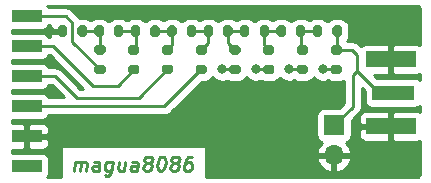
<source format=gbr>
%TF.GenerationSoftware,KiCad,Pcbnew,(5.1.10)-1*%
%TF.CreationDate,2021-08-13T02:35:10+08:00*%
%TF.ProjectId,Pmod-8bitDAC-R-2R,506d6f64-2d38-4626-9974-4441432d522d,rev?*%
%TF.SameCoordinates,Original*%
%TF.FileFunction,Copper,L1,Top*%
%TF.FilePolarity,Positive*%
%FSLAX46Y46*%
G04 Gerber Fmt 4.6, Leading zero omitted, Abs format (unit mm)*
G04 Created by KiCad (PCBNEW (5.1.10)-1) date 2021-08-13 02:35:10*
%MOMM*%
%LPD*%
G01*
G04 APERTURE LIST*
%TA.AperFunction,NonConductor*%
%ADD10C,0.250000*%
%TD*%
%TA.AperFunction,SMDPad,CuDef*%
%ADD11R,3.600000X1.270000*%
%TD*%
%TA.AperFunction,SMDPad,CuDef*%
%ADD12R,4.200000X1.350000*%
%TD*%
%TA.AperFunction,SMDPad,CuDef*%
%ADD13R,2.500000X1.000000*%
%TD*%
%TA.AperFunction,ComponentPad*%
%ADD14O,1.700000X1.700000*%
%TD*%
%TA.AperFunction,ComponentPad*%
%ADD15R,1.700000X1.700000*%
%TD*%
%TA.AperFunction,ViaPad*%
%ADD16C,0.800000*%
%TD*%
%TA.AperFunction,Conductor*%
%ADD17C,0.250000*%
%TD*%
%TA.AperFunction,Conductor*%
%ADD18C,0.254000*%
%TD*%
%TA.AperFunction,Conductor*%
%ADD19C,0.100000*%
%TD*%
G04 APERTURE END LIST*
D10*
X119134301Y-127441257D02*
X119234301Y-126641257D01*
X119220016Y-126755542D02*
X119284301Y-126698400D01*
X119405730Y-126641257D01*
X119577158Y-126641257D01*
X119684301Y-126698400D01*
X119727158Y-126812685D01*
X119648587Y-127441257D01*
X119727158Y-126812685D02*
X119798587Y-126698400D01*
X119920016Y-126641257D01*
X120091444Y-126641257D01*
X120198587Y-126698400D01*
X120241444Y-126812685D01*
X120162873Y-127441257D01*
X121248587Y-127441257D02*
X121327158Y-126812685D01*
X121284301Y-126698400D01*
X121177158Y-126641257D01*
X120948587Y-126641257D01*
X120827158Y-126698400D01*
X121255730Y-127384114D02*
X121134301Y-127441257D01*
X120848587Y-127441257D01*
X120741444Y-127384114D01*
X120698587Y-127269828D01*
X120712873Y-127155542D01*
X120784301Y-127041257D01*
X120905730Y-126984114D01*
X121191444Y-126984114D01*
X121312873Y-126926971D01*
X122434301Y-126641257D02*
X122312873Y-127612685D01*
X122241444Y-127726971D01*
X122177158Y-127784114D01*
X122055730Y-127841257D01*
X121884301Y-127841257D01*
X121777158Y-127784114D01*
X122341444Y-127384114D02*
X122220016Y-127441257D01*
X121991444Y-127441257D01*
X121884301Y-127384114D01*
X121834301Y-127326971D01*
X121791444Y-127212685D01*
X121834301Y-126869828D01*
X121905730Y-126755542D01*
X121970016Y-126698400D01*
X122091444Y-126641257D01*
X122320016Y-126641257D01*
X122427158Y-126698400D01*
X123520016Y-126641257D02*
X123420016Y-127441257D01*
X123005730Y-126641257D02*
X122927158Y-127269828D01*
X122970016Y-127384114D01*
X123077158Y-127441257D01*
X123248587Y-127441257D01*
X123370016Y-127384114D01*
X123434301Y-127326971D01*
X124505730Y-127441257D02*
X124584301Y-126812685D01*
X124541444Y-126698400D01*
X124434301Y-126641257D01*
X124205730Y-126641257D01*
X124084301Y-126698400D01*
X124512873Y-127384114D02*
X124391444Y-127441257D01*
X124105730Y-127441257D01*
X123998587Y-127384114D01*
X123955730Y-127269828D01*
X123970016Y-127155542D01*
X124041444Y-127041257D01*
X124162873Y-126984114D01*
X124448587Y-126984114D01*
X124570016Y-126926971D01*
X125334301Y-126755542D02*
X125227158Y-126698400D01*
X125177158Y-126641257D01*
X125134301Y-126526971D01*
X125141444Y-126469828D01*
X125212873Y-126355542D01*
X125277158Y-126298400D01*
X125398587Y-126241257D01*
X125627158Y-126241257D01*
X125734301Y-126298400D01*
X125784301Y-126355542D01*
X125827158Y-126469828D01*
X125820016Y-126526971D01*
X125748587Y-126641257D01*
X125684301Y-126698400D01*
X125562873Y-126755542D01*
X125334301Y-126755542D01*
X125212873Y-126812685D01*
X125148587Y-126869828D01*
X125077158Y-126984114D01*
X125048587Y-127212685D01*
X125091444Y-127326971D01*
X125141444Y-127384114D01*
X125248587Y-127441257D01*
X125477158Y-127441257D01*
X125598587Y-127384114D01*
X125662873Y-127326971D01*
X125734301Y-127212685D01*
X125762873Y-126984114D01*
X125720016Y-126869828D01*
X125670016Y-126812685D01*
X125562873Y-126755542D01*
X126598587Y-126241257D02*
X126712873Y-126241257D01*
X126820016Y-126298400D01*
X126870016Y-126355542D01*
X126912873Y-126469828D01*
X126941444Y-126698400D01*
X126905730Y-126984114D01*
X126820016Y-127212685D01*
X126748587Y-127326971D01*
X126684301Y-127384114D01*
X126562873Y-127441257D01*
X126448587Y-127441257D01*
X126341444Y-127384114D01*
X126291444Y-127326971D01*
X126248587Y-127212685D01*
X126220016Y-126984114D01*
X126255730Y-126698400D01*
X126341444Y-126469828D01*
X126412873Y-126355542D01*
X126477158Y-126298400D01*
X126598587Y-126241257D01*
X127620016Y-126755542D02*
X127512873Y-126698400D01*
X127462873Y-126641257D01*
X127420016Y-126526971D01*
X127427158Y-126469828D01*
X127498587Y-126355542D01*
X127562873Y-126298400D01*
X127684301Y-126241257D01*
X127912873Y-126241257D01*
X128020016Y-126298400D01*
X128070016Y-126355542D01*
X128112873Y-126469828D01*
X128105730Y-126526971D01*
X128034301Y-126641257D01*
X127970016Y-126698400D01*
X127848587Y-126755542D01*
X127620016Y-126755542D01*
X127498587Y-126812685D01*
X127434301Y-126869828D01*
X127362873Y-126984114D01*
X127334301Y-127212685D01*
X127377158Y-127326971D01*
X127427158Y-127384114D01*
X127534301Y-127441257D01*
X127762873Y-127441257D01*
X127884301Y-127384114D01*
X127948587Y-127326971D01*
X128020016Y-127212685D01*
X128048587Y-126984114D01*
X128005730Y-126869828D01*
X127955730Y-126812685D01*
X127848587Y-126755542D01*
X129170016Y-126241257D02*
X128941444Y-126241257D01*
X128820016Y-126298400D01*
X128755730Y-126355542D01*
X128620016Y-126526971D01*
X128534301Y-126755542D01*
X128477158Y-127212685D01*
X128520016Y-127326971D01*
X128570016Y-127384114D01*
X128677158Y-127441257D01*
X128905730Y-127441257D01*
X129027158Y-127384114D01*
X129091444Y-127326971D01*
X129162873Y-127212685D01*
X129198587Y-126926971D01*
X129155730Y-126812685D01*
X129105730Y-126755542D01*
X128998587Y-126698400D01*
X128770016Y-126698400D01*
X128648587Y-126755542D01*
X128584301Y-126812685D01*
X128512873Y-126926971D01*
D11*
%TO.P,J2,1*%
%TO.N,VOUT*%
X146211900Y-120827800D03*
D12*
%TO.P,J2,2*%
%TO.N,GND*%
X146011900Y-118002800D03*
X146011900Y-123652800D03*
%TD*%
D13*
%TO.P,PMOD1,1*%
%TO.N,D0*%
X115182400Y-114350800D03*
%TO.P,PMOD1,2*%
%TO.N,D1*%
X115182400Y-116890800D03*
%TO.P,PMOD1,3*%
%TO.N,D2*%
X115182400Y-119430800D03*
%TO.P,PMOD1,4*%
%TO.N,D3*%
X115182400Y-121970800D03*
%TO.P,PMOD1,5*%
%TO.N,GND*%
X115182400Y-124510800D03*
%TO.P,PMOD1,6*%
%TO.N,+3V3*%
X115182400Y-127050800D03*
%TD*%
%TO.P,R16,2*%
%TO.N,VOUT*%
%TA.AperFunction,SMDPad,CuDef*%
G36*
G01*
X141649400Y-117596100D02*
X141099400Y-117596100D01*
G75*
G02*
X140899400Y-117396100I0J200000D01*
G01*
X140899400Y-116996100D01*
G75*
G02*
X141099400Y-116796100I200000J0D01*
G01*
X141649400Y-116796100D01*
G75*
G02*
X141849400Y-116996100I0J-200000D01*
G01*
X141849400Y-117396100D01*
G75*
G02*
X141649400Y-117596100I-200000J0D01*
G01*
G37*
%TD.AperFunction*%
%TO.P,R16,1*%
%TO.N,D7*%
%TA.AperFunction,SMDPad,CuDef*%
G36*
G01*
X141649400Y-119246100D02*
X141099400Y-119246100D01*
G75*
G02*
X140899400Y-119046100I0J200000D01*
G01*
X140899400Y-118646100D01*
G75*
G02*
X141099400Y-118446100I200000J0D01*
G01*
X141649400Y-118446100D01*
G75*
G02*
X141849400Y-118646100I0J-200000D01*
G01*
X141849400Y-119046100D01*
G75*
G02*
X141649400Y-119246100I-200000J0D01*
G01*
G37*
%TD.AperFunction*%
%TD*%
%TO.P,R15,2*%
%TO.N,VOUT*%
%TA.AperFunction,SMDPad,CuDef*%
G36*
G01*
X141049400Y-115870400D02*
X141049400Y-115320400D01*
G75*
G02*
X141249400Y-115120400I200000J0D01*
G01*
X141649400Y-115120400D01*
G75*
G02*
X141849400Y-115320400I0J-200000D01*
G01*
X141849400Y-115870400D01*
G75*
G02*
X141649400Y-116070400I-200000J0D01*
G01*
X141249400Y-116070400D01*
G75*
G02*
X141049400Y-115870400I0J200000D01*
G01*
G37*
%TD.AperFunction*%
%TO.P,R15,1*%
%TO.N,Net-(R13-Pad2)*%
%TA.AperFunction,SMDPad,CuDef*%
G36*
G01*
X139399400Y-115870400D02*
X139399400Y-115320400D01*
G75*
G02*
X139599400Y-115120400I200000J0D01*
G01*
X139999400Y-115120400D01*
G75*
G02*
X140199400Y-115320400I0J-200000D01*
G01*
X140199400Y-115870400D01*
G75*
G02*
X139999400Y-116070400I-200000J0D01*
G01*
X139599400Y-116070400D01*
G75*
G02*
X139399400Y-115870400I0J200000D01*
G01*
G37*
%TD.AperFunction*%
%TD*%
%TO.P,R14,2*%
%TO.N,Net-(R13-Pad2)*%
%TA.AperFunction,SMDPad,CuDef*%
G36*
G01*
X138792252Y-117596100D02*
X138242252Y-117596100D01*
G75*
G02*
X138042252Y-117396100I0J200000D01*
G01*
X138042252Y-116996100D01*
G75*
G02*
X138242252Y-116796100I200000J0D01*
G01*
X138792252Y-116796100D01*
G75*
G02*
X138992252Y-116996100I0J-200000D01*
G01*
X138992252Y-117396100D01*
G75*
G02*
X138792252Y-117596100I-200000J0D01*
G01*
G37*
%TD.AperFunction*%
%TO.P,R14,1*%
%TO.N,D6*%
%TA.AperFunction,SMDPad,CuDef*%
G36*
G01*
X138792252Y-119246100D02*
X138242252Y-119246100D01*
G75*
G02*
X138042252Y-119046100I0J200000D01*
G01*
X138042252Y-118646100D01*
G75*
G02*
X138242252Y-118446100I200000J0D01*
G01*
X138792252Y-118446100D01*
G75*
G02*
X138992252Y-118646100I0J-200000D01*
G01*
X138992252Y-119046100D01*
G75*
G02*
X138792252Y-119246100I-200000J0D01*
G01*
G37*
%TD.AperFunction*%
%TD*%
%TO.P,R13,2*%
%TO.N,Net-(R13-Pad2)*%
%TA.AperFunction,SMDPad,CuDef*%
G36*
G01*
X137966065Y-115870400D02*
X137966065Y-115320400D01*
G75*
G02*
X138166065Y-115120400I200000J0D01*
G01*
X138566065Y-115120400D01*
G75*
G02*
X138766065Y-115320400I0J-200000D01*
G01*
X138766065Y-115870400D01*
G75*
G02*
X138566065Y-116070400I-200000J0D01*
G01*
X138166065Y-116070400D01*
G75*
G02*
X137966065Y-115870400I0J200000D01*
G01*
G37*
%TD.AperFunction*%
%TO.P,R13,1*%
%TO.N,Net-(R11-Pad2)*%
%TA.AperFunction,SMDPad,CuDef*%
G36*
G01*
X136316065Y-115870400D02*
X136316065Y-115320400D01*
G75*
G02*
X136516065Y-115120400I200000J0D01*
G01*
X136916065Y-115120400D01*
G75*
G02*
X137116065Y-115320400I0J-200000D01*
G01*
X137116065Y-115870400D01*
G75*
G02*
X136916065Y-116070400I-200000J0D01*
G01*
X136516065Y-116070400D01*
G75*
G02*
X136316065Y-115870400I0J200000D01*
G01*
G37*
%TD.AperFunction*%
%TD*%
%TO.P,R12,2*%
%TO.N,Net-(R11-Pad2)*%
%TA.AperFunction,SMDPad,CuDef*%
G36*
G01*
X135935110Y-117596100D02*
X135385110Y-117596100D01*
G75*
G02*
X135185110Y-117396100I0J200000D01*
G01*
X135185110Y-116996100D01*
G75*
G02*
X135385110Y-116796100I200000J0D01*
G01*
X135935110Y-116796100D01*
G75*
G02*
X136135110Y-116996100I0J-200000D01*
G01*
X136135110Y-117396100D01*
G75*
G02*
X135935110Y-117596100I-200000J0D01*
G01*
G37*
%TD.AperFunction*%
%TO.P,R12,1*%
%TO.N,D5*%
%TA.AperFunction,SMDPad,CuDef*%
G36*
G01*
X135935110Y-119246100D02*
X135385110Y-119246100D01*
G75*
G02*
X135185110Y-119046100I0J200000D01*
G01*
X135185110Y-118646100D01*
G75*
G02*
X135385110Y-118446100I200000J0D01*
G01*
X135935110Y-118446100D01*
G75*
G02*
X136135110Y-118646100I0J-200000D01*
G01*
X136135110Y-119046100D01*
G75*
G02*
X135935110Y-119246100I-200000J0D01*
G01*
G37*
%TD.AperFunction*%
%TD*%
%TO.P,R11,2*%
%TO.N,Net-(R11-Pad2)*%
%TA.AperFunction,SMDPad,CuDef*%
G36*
G01*
X134882732Y-115870400D02*
X134882732Y-115320400D01*
G75*
G02*
X135082732Y-115120400I200000J0D01*
G01*
X135482732Y-115120400D01*
G75*
G02*
X135682732Y-115320400I0J-200000D01*
G01*
X135682732Y-115870400D01*
G75*
G02*
X135482732Y-116070400I-200000J0D01*
G01*
X135082732Y-116070400D01*
G75*
G02*
X134882732Y-115870400I0J200000D01*
G01*
G37*
%TD.AperFunction*%
%TO.P,R11,1*%
%TO.N,Net-(R10-Pad2)*%
%TA.AperFunction,SMDPad,CuDef*%
G36*
G01*
X133232732Y-115870400D02*
X133232732Y-115320400D01*
G75*
G02*
X133432732Y-115120400I200000J0D01*
G01*
X133832732Y-115120400D01*
G75*
G02*
X134032732Y-115320400I0J-200000D01*
G01*
X134032732Y-115870400D01*
G75*
G02*
X133832732Y-116070400I-200000J0D01*
G01*
X133432732Y-116070400D01*
G75*
G02*
X133232732Y-115870400I0J200000D01*
G01*
G37*
%TD.AperFunction*%
%TD*%
%TO.P,R10,2*%
%TO.N,Net-(R10-Pad2)*%
%TA.AperFunction,SMDPad,CuDef*%
G36*
G01*
X133077968Y-117596100D02*
X132527968Y-117596100D01*
G75*
G02*
X132327968Y-117396100I0J200000D01*
G01*
X132327968Y-116996100D01*
G75*
G02*
X132527968Y-116796100I200000J0D01*
G01*
X133077968Y-116796100D01*
G75*
G02*
X133277968Y-116996100I0J-200000D01*
G01*
X133277968Y-117396100D01*
G75*
G02*
X133077968Y-117596100I-200000J0D01*
G01*
G37*
%TD.AperFunction*%
%TO.P,R10,1*%
%TO.N,D4*%
%TA.AperFunction,SMDPad,CuDef*%
G36*
G01*
X133077968Y-119246100D02*
X132527968Y-119246100D01*
G75*
G02*
X132327968Y-119046100I0J200000D01*
G01*
X132327968Y-118646100D01*
G75*
G02*
X132527968Y-118446100I200000J0D01*
G01*
X133077968Y-118446100D01*
G75*
G02*
X133277968Y-118646100I0J-200000D01*
G01*
X133277968Y-119046100D01*
G75*
G02*
X133077968Y-119246100I-200000J0D01*
G01*
G37*
%TD.AperFunction*%
%TD*%
%TO.P,R9,2*%
%TO.N,Net-(R10-Pad2)*%
%TA.AperFunction,SMDPad,CuDef*%
G36*
G01*
X131799399Y-115870400D02*
X131799399Y-115320400D01*
G75*
G02*
X131999399Y-115120400I200000J0D01*
G01*
X132399399Y-115120400D01*
G75*
G02*
X132599399Y-115320400I0J-200000D01*
G01*
X132599399Y-115870400D01*
G75*
G02*
X132399399Y-116070400I-200000J0D01*
G01*
X131999399Y-116070400D01*
G75*
G02*
X131799399Y-115870400I0J200000D01*
G01*
G37*
%TD.AperFunction*%
%TO.P,R9,1*%
%TO.N,Net-(R7-Pad2)*%
%TA.AperFunction,SMDPad,CuDef*%
G36*
G01*
X130149399Y-115870400D02*
X130149399Y-115320400D01*
G75*
G02*
X130349399Y-115120400I200000J0D01*
G01*
X130749399Y-115120400D01*
G75*
G02*
X130949399Y-115320400I0J-200000D01*
G01*
X130949399Y-115870400D01*
G75*
G02*
X130749399Y-116070400I-200000J0D01*
G01*
X130349399Y-116070400D01*
G75*
G02*
X130149399Y-115870400I0J200000D01*
G01*
G37*
%TD.AperFunction*%
%TD*%
%TO.P,R8,2*%
%TO.N,Net-(R7-Pad2)*%
%TA.AperFunction,SMDPad,CuDef*%
G36*
G01*
X130220826Y-117596100D02*
X129670826Y-117596100D01*
G75*
G02*
X129470826Y-117396100I0J200000D01*
G01*
X129470826Y-116996100D01*
G75*
G02*
X129670826Y-116796100I200000J0D01*
G01*
X130220826Y-116796100D01*
G75*
G02*
X130420826Y-116996100I0J-200000D01*
G01*
X130420826Y-117396100D01*
G75*
G02*
X130220826Y-117596100I-200000J0D01*
G01*
G37*
%TD.AperFunction*%
%TO.P,R8,1*%
%TO.N,D3*%
%TA.AperFunction,SMDPad,CuDef*%
G36*
G01*
X130220826Y-119246100D02*
X129670826Y-119246100D01*
G75*
G02*
X129470826Y-119046100I0J200000D01*
G01*
X129470826Y-118646100D01*
G75*
G02*
X129670826Y-118446100I200000J0D01*
G01*
X130220826Y-118446100D01*
G75*
G02*
X130420826Y-118646100I0J-200000D01*
G01*
X130420826Y-119046100D01*
G75*
G02*
X130220826Y-119246100I-200000J0D01*
G01*
G37*
%TD.AperFunction*%
%TD*%
%TO.P,R7,2*%
%TO.N,Net-(R7-Pad2)*%
%TA.AperFunction,SMDPad,CuDef*%
G36*
G01*
X128716066Y-115870400D02*
X128716066Y-115320400D01*
G75*
G02*
X128916066Y-115120400I200000J0D01*
G01*
X129316066Y-115120400D01*
G75*
G02*
X129516066Y-115320400I0J-200000D01*
G01*
X129516066Y-115870400D01*
G75*
G02*
X129316066Y-116070400I-200000J0D01*
G01*
X128916066Y-116070400D01*
G75*
G02*
X128716066Y-115870400I0J200000D01*
G01*
G37*
%TD.AperFunction*%
%TO.P,R7,1*%
%TO.N,Net-(R5-Pad2)*%
%TA.AperFunction,SMDPad,CuDef*%
G36*
G01*
X127066066Y-115870400D02*
X127066066Y-115320400D01*
G75*
G02*
X127266066Y-115120400I200000J0D01*
G01*
X127666066Y-115120400D01*
G75*
G02*
X127866066Y-115320400I0J-200000D01*
G01*
X127866066Y-115870400D01*
G75*
G02*
X127666066Y-116070400I-200000J0D01*
G01*
X127266066Y-116070400D01*
G75*
G02*
X127066066Y-115870400I0J200000D01*
G01*
G37*
%TD.AperFunction*%
%TD*%
%TO.P,R6,2*%
%TO.N,Net-(R5-Pad2)*%
%TA.AperFunction,SMDPad,CuDef*%
G36*
G01*
X127363684Y-117596100D02*
X126813684Y-117596100D01*
G75*
G02*
X126613684Y-117396100I0J200000D01*
G01*
X126613684Y-116996100D01*
G75*
G02*
X126813684Y-116796100I200000J0D01*
G01*
X127363684Y-116796100D01*
G75*
G02*
X127563684Y-116996100I0J-200000D01*
G01*
X127563684Y-117396100D01*
G75*
G02*
X127363684Y-117596100I-200000J0D01*
G01*
G37*
%TD.AperFunction*%
%TO.P,R6,1*%
%TO.N,D2*%
%TA.AperFunction,SMDPad,CuDef*%
G36*
G01*
X127363684Y-119246100D02*
X126813684Y-119246100D01*
G75*
G02*
X126613684Y-119046100I0J200000D01*
G01*
X126613684Y-118646100D01*
G75*
G02*
X126813684Y-118446100I200000J0D01*
G01*
X127363684Y-118446100D01*
G75*
G02*
X127563684Y-118646100I0J-200000D01*
G01*
X127563684Y-119046100D01*
G75*
G02*
X127363684Y-119246100I-200000J0D01*
G01*
G37*
%TD.AperFunction*%
%TD*%
%TO.P,R5,2*%
%TO.N,Net-(R5-Pad2)*%
%TA.AperFunction,SMDPad,CuDef*%
G36*
G01*
X125632733Y-115870400D02*
X125632733Y-115320400D01*
G75*
G02*
X125832733Y-115120400I200000J0D01*
G01*
X126232733Y-115120400D01*
G75*
G02*
X126432733Y-115320400I0J-200000D01*
G01*
X126432733Y-115870400D01*
G75*
G02*
X126232733Y-116070400I-200000J0D01*
G01*
X125832733Y-116070400D01*
G75*
G02*
X125632733Y-115870400I0J200000D01*
G01*
G37*
%TD.AperFunction*%
%TO.P,R5,1*%
%TO.N,Net-(R3-Pad2)*%
%TA.AperFunction,SMDPad,CuDef*%
G36*
G01*
X123982733Y-115870400D02*
X123982733Y-115320400D01*
G75*
G02*
X124182733Y-115120400I200000J0D01*
G01*
X124582733Y-115120400D01*
G75*
G02*
X124782733Y-115320400I0J-200000D01*
G01*
X124782733Y-115870400D01*
G75*
G02*
X124582733Y-116070400I-200000J0D01*
G01*
X124182733Y-116070400D01*
G75*
G02*
X123982733Y-115870400I0J200000D01*
G01*
G37*
%TD.AperFunction*%
%TD*%
%TO.P,R4,2*%
%TO.N,Net-(R3-Pad2)*%
%TA.AperFunction,SMDPad,CuDef*%
G36*
G01*
X124506542Y-117596100D02*
X123956542Y-117596100D01*
G75*
G02*
X123756542Y-117396100I0J200000D01*
G01*
X123756542Y-116996100D01*
G75*
G02*
X123956542Y-116796100I200000J0D01*
G01*
X124506542Y-116796100D01*
G75*
G02*
X124706542Y-116996100I0J-200000D01*
G01*
X124706542Y-117396100D01*
G75*
G02*
X124506542Y-117596100I-200000J0D01*
G01*
G37*
%TD.AperFunction*%
%TO.P,R4,1*%
%TO.N,D1*%
%TA.AperFunction,SMDPad,CuDef*%
G36*
G01*
X124506542Y-119246100D02*
X123956542Y-119246100D01*
G75*
G02*
X123756542Y-119046100I0J200000D01*
G01*
X123756542Y-118646100D01*
G75*
G02*
X123956542Y-118446100I200000J0D01*
G01*
X124506542Y-118446100D01*
G75*
G02*
X124706542Y-118646100I0J-200000D01*
G01*
X124706542Y-119046100D01*
G75*
G02*
X124506542Y-119246100I-200000J0D01*
G01*
G37*
%TD.AperFunction*%
%TD*%
%TO.P,R3,2*%
%TO.N,Net-(R3-Pad2)*%
%TA.AperFunction,SMDPad,CuDef*%
G36*
G01*
X122549400Y-115870400D02*
X122549400Y-115320400D01*
G75*
G02*
X122749400Y-115120400I200000J0D01*
G01*
X123149400Y-115120400D01*
G75*
G02*
X123349400Y-115320400I0J-200000D01*
G01*
X123349400Y-115870400D01*
G75*
G02*
X123149400Y-116070400I-200000J0D01*
G01*
X122749400Y-116070400D01*
G75*
G02*
X122549400Y-115870400I0J200000D01*
G01*
G37*
%TD.AperFunction*%
%TO.P,R3,1*%
%TO.N,Net-(R1-Pad2)*%
%TA.AperFunction,SMDPad,CuDef*%
G36*
G01*
X120899400Y-115870400D02*
X120899400Y-115320400D01*
G75*
G02*
X121099400Y-115120400I200000J0D01*
G01*
X121499400Y-115120400D01*
G75*
G02*
X121699400Y-115320400I0J-200000D01*
G01*
X121699400Y-115870400D01*
G75*
G02*
X121499400Y-116070400I-200000J0D01*
G01*
X121099400Y-116070400D01*
G75*
G02*
X120899400Y-115870400I0J200000D01*
G01*
G37*
%TD.AperFunction*%
%TD*%
%TO.P,R2,2*%
%TO.N,GND*%
%TA.AperFunction,SMDPad,CuDef*%
G36*
G01*
X118612100Y-115320400D02*
X118612100Y-115870400D01*
G75*
G02*
X118412100Y-116070400I-200000J0D01*
G01*
X118012100Y-116070400D01*
G75*
G02*
X117812100Y-115870400I0J200000D01*
G01*
X117812100Y-115320400D01*
G75*
G02*
X118012100Y-115120400I200000J0D01*
G01*
X118412100Y-115120400D01*
G75*
G02*
X118612100Y-115320400I0J-200000D01*
G01*
G37*
%TD.AperFunction*%
%TO.P,R2,1*%
%TO.N,Net-(R1-Pad2)*%
%TA.AperFunction,SMDPad,CuDef*%
G36*
G01*
X120262100Y-115320400D02*
X120262100Y-115870400D01*
G75*
G02*
X120062100Y-116070400I-200000J0D01*
G01*
X119662100Y-116070400D01*
G75*
G02*
X119462100Y-115870400I0J200000D01*
G01*
X119462100Y-115320400D01*
G75*
G02*
X119662100Y-115120400I200000J0D01*
G01*
X120062100Y-115120400D01*
G75*
G02*
X120262100Y-115320400I0J-200000D01*
G01*
G37*
%TD.AperFunction*%
%TD*%
%TO.P,R1,2*%
%TO.N,Net-(R1-Pad2)*%
%TA.AperFunction,SMDPad,CuDef*%
G36*
G01*
X121649400Y-117596100D02*
X121099400Y-117596100D01*
G75*
G02*
X120899400Y-117396100I0J200000D01*
G01*
X120899400Y-116996100D01*
G75*
G02*
X121099400Y-116796100I200000J0D01*
G01*
X121649400Y-116796100D01*
G75*
G02*
X121849400Y-116996100I0J-200000D01*
G01*
X121849400Y-117396100D01*
G75*
G02*
X121649400Y-117596100I-200000J0D01*
G01*
G37*
%TD.AperFunction*%
%TO.P,R1,1*%
%TO.N,D0*%
%TA.AperFunction,SMDPad,CuDef*%
G36*
G01*
X121649400Y-119246100D02*
X121099400Y-119246100D01*
G75*
G02*
X120899400Y-119046100I0J200000D01*
G01*
X120899400Y-118646100D01*
G75*
G02*
X121099400Y-118446100I200000J0D01*
G01*
X121649400Y-118446100D01*
G75*
G02*
X121849400Y-118646100I0J-200000D01*
G01*
X121849400Y-119046100D01*
G75*
G02*
X121649400Y-119246100I-200000J0D01*
G01*
G37*
%TD.AperFunction*%
%TD*%
D14*
%TO.P,J1,2*%
%TO.N,GND*%
X141185900Y-126123700D03*
D15*
%TO.P,J1,1*%
%TO.N,VOUT*%
X141185900Y-123583700D03*
%TD*%
D16*
%TO.N,GND*%
X144246600Y-125463300D03*
X145446600Y-125463300D03*
X147846600Y-125463300D03*
X146646600Y-125463300D03*
X144195800Y-116014500D03*
X139179300Y-114096800D03*
X117182900Y-115595400D03*
X117182900Y-118135400D03*
X117182900Y-120675400D03*
X117182900Y-123215400D03*
X117182900Y-125755400D03*
X123672600Y-114096800D03*
X126772600Y-114096800D03*
X129872600Y-114096800D03*
X132930900Y-114096800D03*
X136004300Y-114096800D03*
X145395800Y-116014500D03*
X146595800Y-116014500D03*
X147795800Y-116014500D03*
%TO.N,D7*%
X140259302Y-118846100D03*
%TO.N,D6*%
X137389100Y-118846100D03*
%TO.N,D5*%
X134569712Y-118846100D03*
%TO.N,D4*%
X131723904Y-118846100D03*
%TD*%
D17*
%TO.N,GND*%
X118212100Y-115595400D02*
X117182900Y-115595400D01*
%TO.N,VOUT*%
X141449400Y-117121100D02*
X141374400Y-117196100D01*
X141449400Y-115595400D02*
X141449400Y-117121100D01*
X145006100Y-120827800D02*
X146211900Y-120827800D01*
X143578600Y-119400300D02*
X145006100Y-120827800D01*
X143141700Y-118963400D02*
X143578600Y-119400300D01*
X142773400Y-119331700D02*
X143141700Y-118963400D01*
X142773400Y-121996200D02*
X142773400Y-119331700D01*
X141185900Y-123583700D02*
X142773400Y-121996200D01*
X143141700Y-117652800D02*
X143141700Y-118963400D01*
X142685000Y-117196100D02*
X143141700Y-117652800D01*
X141374400Y-117196100D02*
X142685000Y-117196100D01*
%TO.N,D7*%
X141374400Y-118846100D02*
X140259302Y-118846100D01*
%TO.N,D3*%
X126821126Y-121970800D02*
X115182400Y-121970800D01*
X129945826Y-118846100D02*
X126821126Y-121970800D01*
%TO.N,D6*%
X138517252Y-118846100D02*
X137389100Y-118846100D01*
%TO.N,D2*%
X117602000Y-119430800D02*
X115182400Y-119430800D01*
X119405400Y-121234200D02*
X117602000Y-119430800D01*
X124700584Y-121234200D02*
X119405400Y-121234200D01*
X127088684Y-118846100D02*
X124700584Y-121234200D01*
%TO.N,D5*%
X135660110Y-118846100D02*
X134569712Y-118846100D01*
%TO.N,D1*%
X117424200Y-116890800D02*
X115182400Y-116890800D01*
X120751600Y-120218200D02*
X117424200Y-116890800D01*
X122859442Y-120218200D02*
X120751600Y-120218200D01*
X124231542Y-118846100D02*
X122859442Y-120218200D01*
%TO.N,D4*%
X132802968Y-118846100D02*
X131723904Y-118846100D01*
%TO.N,D0*%
X118478300Y-114350800D02*
X115182400Y-114350800D01*
X119037100Y-114909600D02*
X118478300Y-114350800D01*
X119037100Y-116508800D02*
X119037100Y-114909600D01*
X121374400Y-118846100D02*
X119037100Y-116508800D01*
%TO.N,Net-(R1-Pad2)*%
X121374400Y-115670400D02*
X121299400Y-115595400D01*
X121374400Y-117196100D02*
X121374400Y-115670400D01*
X121299400Y-115595400D02*
X119862100Y-115595400D01*
%TO.N,Net-(R3-Pad2)*%
X122949400Y-115595400D02*
X124382733Y-115595400D01*
X124382733Y-117044909D02*
X124231542Y-117196100D01*
X124382733Y-115595400D02*
X124382733Y-117044909D01*
%TO.N,Net-(R5-Pad2)*%
X126032733Y-115595400D02*
X127466066Y-115595400D01*
X127466066Y-116818718D02*
X127088684Y-117196100D01*
X127466066Y-115595400D02*
X127466066Y-116818718D01*
%TO.N,Net-(R7-Pad2)*%
X129116066Y-115595400D02*
X130549399Y-115595400D01*
X130549399Y-116592527D02*
X129945826Y-117196100D01*
X130549399Y-115595400D02*
X130549399Y-116592527D01*
%TO.N,Net-(R10-Pad2)*%
X132199399Y-116592531D02*
X132802968Y-117196100D01*
X132199399Y-115595400D02*
X132199399Y-116592531D01*
X132199399Y-115595400D02*
X133632732Y-115595400D01*
%TO.N,Net-(R11-Pad2)*%
X135282732Y-116818722D02*
X135660110Y-117196100D01*
X135282732Y-115595400D02*
X135282732Y-116818722D01*
X135282732Y-115595400D02*
X136716065Y-115595400D01*
%TO.N,Net-(R13-Pad2)*%
X138366065Y-117044913D02*
X138517252Y-117196100D01*
X138366065Y-115595400D02*
X138366065Y-117044913D01*
X138366065Y-115595400D02*
X139799400Y-115595400D01*
%TD*%
D18*
%TO.N,GND*%
X131064130Y-119650037D02*
X131233648Y-119763305D01*
X131422006Y-119841326D01*
X131621965Y-119881100D01*
X131825843Y-119881100D01*
X132025802Y-119841326D01*
X132150111Y-119789835D01*
X132207252Y-119820378D01*
X132364468Y-119868069D01*
X132527968Y-119884172D01*
X133077968Y-119884172D01*
X133241468Y-119868069D01*
X133398684Y-119820378D01*
X133543576Y-119742931D01*
X133670574Y-119638706D01*
X133773361Y-119513460D01*
X133909938Y-119650037D01*
X134079456Y-119763305D01*
X134267814Y-119841326D01*
X134467773Y-119881100D01*
X134671651Y-119881100D01*
X134871610Y-119841326D01*
X135002304Y-119787190D01*
X135064394Y-119820378D01*
X135221610Y-119868069D01*
X135385110Y-119884172D01*
X135935110Y-119884172D01*
X136098610Y-119868069D01*
X136255826Y-119820378D01*
X136400718Y-119742931D01*
X136527716Y-119638706D01*
X136613485Y-119534196D01*
X136729326Y-119650037D01*
X136898844Y-119763305D01*
X137087202Y-119841326D01*
X137287161Y-119881100D01*
X137491039Y-119881100D01*
X137690998Y-119841326D01*
X137842963Y-119778380D01*
X137921536Y-119820378D01*
X138078752Y-119868069D01*
X138242252Y-119884172D01*
X138792252Y-119884172D01*
X138955752Y-119868069D01*
X139112968Y-119820378D01*
X139257860Y-119742931D01*
X139384858Y-119638706D01*
X139476514Y-119527023D01*
X139599528Y-119650037D01*
X139769046Y-119763305D01*
X139957404Y-119841326D01*
X140157363Y-119881100D01*
X140361241Y-119881100D01*
X140561200Y-119841326D01*
X140705810Y-119781426D01*
X140778684Y-119820378D01*
X140935900Y-119868069D01*
X141099400Y-119884172D01*
X141649400Y-119884172D01*
X141812900Y-119868069D01*
X141970116Y-119820378D01*
X142013401Y-119797242D01*
X142013400Y-121681398D01*
X141599170Y-122095628D01*
X140335900Y-122095628D01*
X140211418Y-122107888D01*
X140091720Y-122144198D01*
X139981406Y-122203163D01*
X139884715Y-122282515D01*
X139805363Y-122379206D01*
X139746398Y-122489520D01*
X139710088Y-122609218D01*
X139697828Y-122733700D01*
X139697828Y-124433700D01*
X139710088Y-124558182D01*
X139746398Y-124677880D01*
X139805363Y-124788194D01*
X139884715Y-124884885D01*
X139981406Y-124964237D01*
X140091720Y-125023202D01*
X140172366Y-125047666D01*
X140088312Y-125123431D01*
X139914259Y-125356780D01*
X139789075Y-125619601D01*
X139744424Y-125766810D01*
X139865745Y-125996700D01*
X141058900Y-125996700D01*
X141058900Y-125976700D01*
X141312900Y-125976700D01*
X141312900Y-125996700D01*
X142506055Y-125996700D01*
X142627376Y-125766810D01*
X142582725Y-125619601D01*
X142457541Y-125356780D01*
X142283488Y-125123431D01*
X142199434Y-125047666D01*
X142280080Y-125023202D01*
X142390394Y-124964237D01*
X142487085Y-124884885D01*
X142566437Y-124788194D01*
X142625402Y-124677880D01*
X142661712Y-124558182D01*
X142673972Y-124433700D01*
X142673972Y-124327800D01*
X143273828Y-124327800D01*
X143286088Y-124452282D01*
X143322398Y-124571980D01*
X143381363Y-124682294D01*
X143460715Y-124778985D01*
X143557406Y-124858337D01*
X143667720Y-124917302D01*
X143787418Y-124953612D01*
X143911900Y-124965872D01*
X145726150Y-124962800D01*
X145884900Y-124804050D01*
X145884900Y-123779800D01*
X143435650Y-123779800D01*
X143276900Y-123938550D01*
X143273828Y-124327800D01*
X142673972Y-124327800D01*
X142673972Y-123170430D01*
X142866602Y-122977800D01*
X143273828Y-122977800D01*
X143276900Y-123367050D01*
X143435650Y-123525800D01*
X145884900Y-123525800D01*
X145884900Y-122501550D01*
X145726150Y-122342800D01*
X143911900Y-122339728D01*
X143787418Y-122351988D01*
X143667720Y-122388298D01*
X143557406Y-122447263D01*
X143460715Y-122526615D01*
X143381363Y-122623306D01*
X143322398Y-122733620D01*
X143286088Y-122853318D01*
X143273828Y-122977800D01*
X142866602Y-122977800D01*
X143284404Y-122559998D01*
X143313401Y-122536201D01*
X143351711Y-122489520D01*
X143408374Y-122420477D01*
X143478946Y-122288447D01*
X143504816Y-122203163D01*
X143522403Y-122145186D01*
X143533400Y-122033533D01*
X143533400Y-122033524D01*
X143537076Y-121996201D01*
X143533400Y-121958878D01*
X143533400Y-120429901D01*
X143773828Y-120670330D01*
X143773828Y-121462800D01*
X143786088Y-121587282D01*
X143822398Y-121706980D01*
X143881363Y-121817294D01*
X143960715Y-121913985D01*
X144057406Y-121993337D01*
X144167720Y-122052302D01*
X144287418Y-122088612D01*
X144411900Y-122100872D01*
X148011900Y-122100872D01*
X148136382Y-122088612D01*
X148256080Y-122052302D01*
X148366394Y-121993337D01*
X148435900Y-121936295D01*
X148435900Y-122430964D01*
X148356080Y-122388298D01*
X148236382Y-122351988D01*
X148111900Y-122339728D01*
X146297650Y-122342800D01*
X146138900Y-122501550D01*
X146138900Y-123525800D01*
X146158900Y-123525800D01*
X146158900Y-123779800D01*
X146138900Y-123779800D01*
X146138900Y-124804050D01*
X146297650Y-124962800D01*
X148111900Y-124965872D01*
X148236382Y-124953612D01*
X148356080Y-124917302D01*
X148435900Y-124874637D01*
X148435900Y-127662553D01*
X148427396Y-127749286D01*
X148412646Y-127798140D01*
X148388688Y-127843199D01*
X148356434Y-127882746D01*
X148317115Y-127915273D01*
X148272229Y-127939543D01*
X148223473Y-127954635D01*
X148139135Y-127963500D01*
X130376668Y-127963500D01*
X130376668Y-126480590D01*
X139744424Y-126480590D01*
X139789075Y-126627799D01*
X139914259Y-126890620D01*
X140088312Y-127123969D01*
X140304545Y-127318878D01*
X140554648Y-127467857D01*
X140829009Y-127565181D01*
X141058900Y-127444514D01*
X141058900Y-126250700D01*
X141312900Y-126250700D01*
X141312900Y-127444514D01*
X141542791Y-127565181D01*
X141817152Y-127467857D01*
X142067255Y-127318878D01*
X142283488Y-127123969D01*
X142457541Y-126890620D01*
X142582725Y-126627799D01*
X142627376Y-126480590D01*
X142506055Y-126250700D01*
X141312900Y-126250700D01*
X141058900Y-126250700D01*
X139865745Y-126250700D01*
X139744424Y-126480590D01*
X130376668Y-126480590D01*
X130376668Y-125336900D01*
X118086132Y-125336900D01*
X118086132Y-127963500D01*
X116915169Y-127963500D01*
X116962937Y-127905294D01*
X117021902Y-127794980D01*
X117058212Y-127675282D01*
X117070472Y-127550800D01*
X117070472Y-126550800D01*
X117058212Y-126426318D01*
X117021902Y-126306620D01*
X116962937Y-126196306D01*
X116883585Y-126099615D01*
X116786894Y-126020263D01*
X116676580Y-125961298D01*
X116556882Y-125924988D01*
X116432400Y-125912728D01*
X113932400Y-125912728D01*
X113905900Y-125915338D01*
X113905900Y-125646262D01*
X113932400Y-125648872D01*
X114896650Y-125645800D01*
X115055400Y-125487050D01*
X115055400Y-124637800D01*
X115309400Y-124637800D01*
X115309400Y-125487050D01*
X115468150Y-125645800D01*
X116432400Y-125648872D01*
X116556882Y-125636612D01*
X116676580Y-125600302D01*
X116786894Y-125541337D01*
X116883585Y-125461985D01*
X116962937Y-125365294D01*
X117021902Y-125254980D01*
X117058212Y-125135282D01*
X117070472Y-125010800D01*
X117067400Y-124796550D01*
X116908650Y-124637800D01*
X115309400Y-124637800D01*
X115055400Y-124637800D01*
X115035400Y-124637800D01*
X115035400Y-124383800D01*
X115055400Y-124383800D01*
X115055400Y-123534550D01*
X115309400Y-123534550D01*
X115309400Y-124383800D01*
X116908650Y-124383800D01*
X117067400Y-124225050D01*
X117070472Y-124010800D01*
X117058212Y-123886318D01*
X117021902Y-123766620D01*
X116962937Y-123656306D01*
X116883585Y-123559615D01*
X116786894Y-123480263D01*
X116676580Y-123421298D01*
X116556882Y-123384988D01*
X116432400Y-123372728D01*
X115468150Y-123375800D01*
X115309400Y-123534550D01*
X115055400Y-123534550D01*
X114896650Y-123375800D01*
X113932400Y-123372728D01*
X113905900Y-123375338D01*
X113905900Y-123106262D01*
X113932400Y-123108872D01*
X116432400Y-123108872D01*
X116556882Y-123096612D01*
X116676580Y-123060302D01*
X116786894Y-123001337D01*
X116883585Y-122921985D01*
X116962937Y-122825294D01*
X117013446Y-122730800D01*
X126783804Y-122730800D01*
X126821126Y-122734476D01*
X126858448Y-122730800D01*
X126858459Y-122730800D01*
X126970112Y-122719803D01*
X127113373Y-122676346D01*
X127245402Y-122605774D01*
X127361127Y-122510801D01*
X127384930Y-122481797D01*
X129982556Y-119884172D01*
X130220826Y-119884172D01*
X130384326Y-119868069D01*
X130541542Y-119820378D01*
X130686434Y-119742931D01*
X130813432Y-119638706D01*
X130917657Y-119511708D01*
X130920494Y-119506401D01*
X131064130Y-119650037D01*
%TA.AperFunction,Conductor*%
D19*
G36*
X131064130Y-119650037D02*
G01*
X131233648Y-119763305D01*
X131422006Y-119841326D01*
X131621965Y-119881100D01*
X131825843Y-119881100D01*
X132025802Y-119841326D01*
X132150111Y-119789835D01*
X132207252Y-119820378D01*
X132364468Y-119868069D01*
X132527968Y-119884172D01*
X133077968Y-119884172D01*
X133241468Y-119868069D01*
X133398684Y-119820378D01*
X133543576Y-119742931D01*
X133670574Y-119638706D01*
X133773361Y-119513460D01*
X133909938Y-119650037D01*
X134079456Y-119763305D01*
X134267814Y-119841326D01*
X134467773Y-119881100D01*
X134671651Y-119881100D01*
X134871610Y-119841326D01*
X135002304Y-119787190D01*
X135064394Y-119820378D01*
X135221610Y-119868069D01*
X135385110Y-119884172D01*
X135935110Y-119884172D01*
X136098610Y-119868069D01*
X136255826Y-119820378D01*
X136400718Y-119742931D01*
X136527716Y-119638706D01*
X136613485Y-119534196D01*
X136729326Y-119650037D01*
X136898844Y-119763305D01*
X137087202Y-119841326D01*
X137287161Y-119881100D01*
X137491039Y-119881100D01*
X137690998Y-119841326D01*
X137842963Y-119778380D01*
X137921536Y-119820378D01*
X138078752Y-119868069D01*
X138242252Y-119884172D01*
X138792252Y-119884172D01*
X138955752Y-119868069D01*
X139112968Y-119820378D01*
X139257860Y-119742931D01*
X139384858Y-119638706D01*
X139476514Y-119527023D01*
X139599528Y-119650037D01*
X139769046Y-119763305D01*
X139957404Y-119841326D01*
X140157363Y-119881100D01*
X140361241Y-119881100D01*
X140561200Y-119841326D01*
X140705810Y-119781426D01*
X140778684Y-119820378D01*
X140935900Y-119868069D01*
X141099400Y-119884172D01*
X141649400Y-119884172D01*
X141812900Y-119868069D01*
X141970116Y-119820378D01*
X142013401Y-119797242D01*
X142013400Y-121681398D01*
X141599170Y-122095628D01*
X140335900Y-122095628D01*
X140211418Y-122107888D01*
X140091720Y-122144198D01*
X139981406Y-122203163D01*
X139884715Y-122282515D01*
X139805363Y-122379206D01*
X139746398Y-122489520D01*
X139710088Y-122609218D01*
X139697828Y-122733700D01*
X139697828Y-124433700D01*
X139710088Y-124558182D01*
X139746398Y-124677880D01*
X139805363Y-124788194D01*
X139884715Y-124884885D01*
X139981406Y-124964237D01*
X140091720Y-125023202D01*
X140172366Y-125047666D01*
X140088312Y-125123431D01*
X139914259Y-125356780D01*
X139789075Y-125619601D01*
X139744424Y-125766810D01*
X139865745Y-125996700D01*
X141058900Y-125996700D01*
X141058900Y-125976700D01*
X141312900Y-125976700D01*
X141312900Y-125996700D01*
X142506055Y-125996700D01*
X142627376Y-125766810D01*
X142582725Y-125619601D01*
X142457541Y-125356780D01*
X142283488Y-125123431D01*
X142199434Y-125047666D01*
X142280080Y-125023202D01*
X142390394Y-124964237D01*
X142487085Y-124884885D01*
X142566437Y-124788194D01*
X142625402Y-124677880D01*
X142661712Y-124558182D01*
X142673972Y-124433700D01*
X142673972Y-124327800D01*
X143273828Y-124327800D01*
X143286088Y-124452282D01*
X143322398Y-124571980D01*
X143381363Y-124682294D01*
X143460715Y-124778985D01*
X143557406Y-124858337D01*
X143667720Y-124917302D01*
X143787418Y-124953612D01*
X143911900Y-124965872D01*
X145726150Y-124962800D01*
X145884900Y-124804050D01*
X145884900Y-123779800D01*
X143435650Y-123779800D01*
X143276900Y-123938550D01*
X143273828Y-124327800D01*
X142673972Y-124327800D01*
X142673972Y-123170430D01*
X142866602Y-122977800D01*
X143273828Y-122977800D01*
X143276900Y-123367050D01*
X143435650Y-123525800D01*
X145884900Y-123525800D01*
X145884900Y-122501550D01*
X145726150Y-122342800D01*
X143911900Y-122339728D01*
X143787418Y-122351988D01*
X143667720Y-122388298D01*
X143557406Y-122447263D01*
X143460715Y-122526615D01*
X143381363Y-122623306D01*
X143322398Y-122733620D01*
X143286088Y-122853318D01*
X143273828Y-122977800D01*
X142866602Y-122977800D01*
X143284404Y-122559998D01*
X143313401Y-122536201D01*
X143351711Y-122489520D01*
X143408374Y-122420477D01*
X143478946Y-122288447D01*
X143504816Y-122203163D01*
X143522403Y-122145186D01*
X143533400Y-122033533D01*
X143533400Y-122033524D01*
X143537076Y-121996201D01*
X143533400Y-121958878D01*
X143533400Y-120429901D01*
X143773828Y-120670330D01*
X143773828Y-121462800D01*
X143786088Y-121587282D01*
X143822398Y-121706980D01*
X143881363Y-121817294D01*
X143960715Y-121913985D01*
X144057406Y-121993337D01*
X144167720Y-122052302D01*
X144287418Y-122088612D01*
X144411900Y-122100872D01*
X148011900Y-122100872D01*
X148136382Y-122088612D01*
X148256080Y-122052302D01*
X148366394Y-121993337D01*
X148435900Y-121936295D01*
X148435900Y-122430964D01*
X148356080Y-122388298D01*
X148236382Y-122351988D01*
X148111900Y-122339728D01*
X146297650Y-122342800D01*
X146138900Y-122501550D01*
X146138900Y-123525800D01*
X146158900Y-123525800D01*
X146158900Y-123779800D01*
X146138900Y-123779800D01*
X146138900Y-124804050D01*
X146297650Y-124962800D01*
X148111900Y-124965872D01*
X148236382Y-124953612D01*
X148356080Y-124917302D01*
X148435900Y-124874637D01*
X148435900Y-127662553D01*
X148427396Y-127749286D01*
X148412646Y-127798140D01*
X148388688Y-127843199D01*
X148356434Y-127882746D01*
X148317115Y-127915273D01*
X148272229Y-127939543D01*
X148223473Y-127954635D01*
X148139135Y-127963500D01*
X130376668Y-127963500D01*
X130376668Y-126480590D01*
X139744424Y-126480590D01*
X139789075Y-126627799D01*
X139914259Y-126890620D01*
X140088312Y-127123969D01*
X140304545Y-127318878D01*
X140554648Y-127467857D01*
X140829009Y-127565181D01*
X141058900Y-127444514D01*
X141058900Y-126250700D01*
X141312900Y-126250700D01*
X141312900Y-127444514D01*
X141542791Y-127565181D01*
X141817152Y-127467857D01*
X142067255Y-127318878D01*
X142283488Y-127123969D01*
X142457541Y-126890620D01*
X142582725Y-126627799D01*
X142627376Y-126480590D01*
X142506055Y-126250700D01*
X141312900Y-126250700D01*
X141058900Y-126250700D01*
X139865745Y-126250700D01*
X139744424Y-126480590D01*
X130376668Y-126480590D01*
X130376668Y-125336900D01*
X118086132Y-125336900D01*
X118086132Y-127963500D01*
X116915169Y-127963500D01*
X116962937Y-127905294D01*
X117021902Y-127794980D01*
X117058212Y-127675282D01*
X117070472Y-127550800D01*
X117070472Y-126550800D01*
X117058212Y-126426318D01*
X117021902Y-126306620D01*
X116962937Y-126196306D01*
X116883585Y-126099615D01*
X116786894Y-126020263D01*
X116676580Y-125961298D01*
X116556882Y-125924988D01*
X116432400Y-125912728D01*
X113932400Y-125912728D01*
X113905900Y-125915338D01*
X113905900Y-125646262D01*
X113932400Y-125648872D01*
X114896650Y-125645800D01*
X115055400Y-125487050D01*
X115055400Y-124637800D01*
X115309400Y-124637800D01*
X115309400Y-125487050D01*
X115468150Y-125645800D01*
X116432400Y-125648872D01*
X116556882Y-125636612D01*
X116676580Y-125600302D01*
X116786894Y-125541337D01*
X116883585Y-125461985D01*
X116962937Y-125365294D01*
X117021902Y-125254980D01*
X117058212Y-125135282D01*
X117070472Y-125010800D01*
X117067400Y-124796550D01*
X116908650Y-124637800D01*
X115309400Y-124637800D01*
X115055400Y-124637800D01*
X115035400Y-124637800D01*
X115035400Y-124383800D01*
X115055400Y-124383800D01*
X115055400Y-123534550D01*
X115309400Y-123534550D01*
X115309400Y-124383800D01*
X116908650Y-124383800D01*
X117067400Y-124225050D01*
X117070472Y-124010800D01*
X117058212Y-123886318D01*
X117021902Y-123766620D01*
X116962937Y-123656306D01*
X116883585Y-123559615D01*
X116786894Y-123480263D01*
X116676580Y-123421298D01*
X116556882Y-123384988D01*
X116432400Y-123372728D01*
X115468150Y-123375800D01*
X115309400Y-123534550D01*
X115055400Y-123534550D01*
X114896650Y-123375800D01*
X113932400Y-123372728D01*
X113905900Y-123375338D01*
X113905900Y-123106262D01*
X113932400Y-123108872D01*
X116432400Y-123108872D01*
X116556882Y-123096612D01*
X116676580Y-123060302D01*
X116786894Y-123001337D01*
X116883585Y-122921985D01*
X116962937Y-122825294D01*
X117013446Y-122730800D01*
X126783804Y-122730800D01*
X126821126Y-122734476D01*
X126858448Y-122730800D01*
X126858459Y-122730800D01*
X126970112Y-122719803D01*
X127113373Y-122676346D01*
X127245402Y-122605774D01*
X127361127Y-122510801D01*
X127384930Y-122481797D01*
X129982556Y-119884172D01*
X130220826Y-119884172D01*
X130384326Y-119868069D01*
X130541542Y-119820378D01*
X130686434Y-119742931D01*
X130813432Y-119638706D01*
X130917657Y-119511708D01*
X130920494Y-119506401D01*
X131064130Y-119650037D01*
G37*
%TD.AperFunction*%
D18*
X118307198Y-121210800D02*
X117013446Y-121210800D01*
X116962937Y-121116306D01*
X116883585Y-121019615D01*
X116786894Y-120940263D01*
X116676580Y-120881298D01*
X116556882Y-120844988D01*
X116432400Y-120832728D01*
X113932400Y-120832728D01*
X113905900Y-120835338D01*
X113905900Y-120566262D01*
X113932400Y-120568872D01*
X116432400Y-120568872D01*
X116556882Y-120556612D01*
X116676580Y-120520302D01*
X116786894Y-120461337D01*
X116883585Y-120381985D01*
X116962937Y-120285294D01*
X117013446Y-120190800D01*
X117287199Y-120190800D01*
X118307198Y-121210800D01*
%TA.AperFunction,Conductor*%
D19*
G36*
X118307198Y-121210800D02*
G01*
X117013446Y-121210800D01*
X116962937Y-121116306D01*
X116883585Y-121019615D01*
X116786894Y-120940263D01*
X116676580Y-120881298D01*
X116556882Y-120844988D01*
X116432400Y-120832728D01*
X113932400Y-120832728D01*
X113905900Y-120835338D01*
X113905900Y-120566262D01*
X113932400Y-120568872D01*
X116432400Y-120568872D01*
X116556882Y-120556612D01*
X116676580Y-120520302D01*
X116786894Y-120461337D01*
X116883585Y-120381985D01*
X116962937Y-120285294D01*
X117013446Y-120190800D01*
X117287199Y-120190800D01*
X118307198Y-121210800D01*
G37*
%TD.AperFunction*%
D18*
X119932798Y-120474200D02*
X119720202Y-120474200D01*
X118165804Y-118919803D01*
X118142001Y-118890799D01*
X118026276Y-118795826D01*
X117894247Y-118725254D01*
X117750986Y-118681797D01*
X117639333Y-118670800D01*
X117639322Y-118670800D01*
X117602000Y-118667124D01*
X117564678Y-118670800D01*
X117013446Y-118670800D01*
X116962937Y-118576306D01*
X116883585Y-118479615D01*
X116786894Y-118400263D01*
X116676580Y-118341298D01*
X116556882Y-118304988D01*
X116432400Y-118292728D01*
X113932400Y-118292728D01*
X113905900Y-118295338D01*
X113905900Y-118026262D01*
X113932400Y-118028872D01*
X116432400Y-118028872D01*
X116556882Y-118016612D01*
X116676580Y-117980302D01*
X116786894Y-117921337D01*
X116883585Y-117841985D01*
X116962937Y-117745294D01*
X117013446Y-117650800D01*
X117109399Y-117650800D01*
X119932798Y-120474200D01*
%TA.AperFunction,Conductor*%
D19*
G36*
X119932798Y-120474200D02*
G01*
X119720202Y-120474200D01*
X118165804Y-118919803D01*
X118142001Y-118890799D01*
X118026276Y-118795826D01*
X117894247Y-118725254D01*
X117750986Y-118681797D01*
X117639333Y-118670800D01*
X117639322Y-118670800D01*
X117602000Y-118667124D01*
X117564678Y-118670800D01*
X117013446Y-118670800D01*
X116962937Y-118576306D01*
X116883585Y-118479615D01*
X116786894Y-118400263D01*
X116676580Y-118341298D01*
X116556882Y-118304988D01*
X116432400Y-118292728D01*
X113932400Y-118292728D01*
X113905900Y-118295338D01*
X113905900Y-118026262D01*
X113932400Y-118028872D01*
X116432400Y-118028872D01*
X116556882Y-118016612D01*
X116676580Y-117980302D01*
X116786894Y-117921337D01*
X116883585Y-117841985D01*
X116962937Y-117745294D01*
X117013446Y-117650800D01*
X117109399Y-117650800D01*
X119932798Y-120474200D01*
G37*
%TD.AperFunction*%
D18*
X148221687Y-113442004D02*
X148270540Y-113456754D01*
X148315599Y-113480712D01*
X148355145Y-113512966D01*
X148387674Y-113552286D01*
X148411943Y-113597170D01*
X148427035Y-113645927D01*
X148435901Y-113730274D01*
X148435901Y-116780964D01*
X148356080Y-116738298D01*
X148236382Y-116701988D01*
X148111900Y-116689728D01*
X146297650Y-116692800D01*
X146138900Y-116851550D01*
X146138900Y-117875800D01*
X146158900Y-117875800D01*
X146158900Y-118129800D01*
X146138900Y-118129800D01*
X146138900Y-119154050D01*
X146297650Y-119312800D01*
X148111900Y-119315872D01*
X148236382Y-119303612D01*
X148356080Y-119267302D01*
X148435901Y-119224636D01*
X148435901Y-119719305D01*
X148366394Y-119662263D01*
X148256080Y-119603298D01*
X148136382Y-119566988D01*
X148011900Y-119554728D01*
X144807829Y-119554728D01*
X144567863Y-119314761D01*
X145726150Y-119312800D01*
X145884900Y-119154050D01*
X145884900Y-118129800D01*
X145864900Y-118129800D01*
X145864900Y-117875800D01*
X145884900Y-117875800D01*
X145884900Y-116851550D01*
X145726150Y-116692800D01*
X143911900Y-116689728D01*
X143787418Y-116701988D01*
X143667720Y-116738298D01*
X143557406Y-116797263D01*
X143460715Y-116876615D01*
X143451520Y-116887819D01*
X143248804Y-116685103D01*
X143225001Y-116656099D01*
X143109276Y-116561126D01*
X142977247Y-116490554D01*
X142833986Y-116447097D01*
X142722333Y-116436100D01*
X142722322Y-116436100D01*
X142685000Y-116432424D01*
X142647678Y-116436100D01*
X142268765Y-116436100D01*
X142266426Y-116433250D01*
X142346231Y-116336008D01*
X142423678Y-116191116D01*
X142471369Y-116033900D01*
X142487472Y-115870400D01*
X142487472Y-115320400D01*
X142471369Y-115156900D01*
X142423678Y-114999684D01*
X142346231Y-114854792D01*
X142242006Y-114727794D01*
X142115008Y-114623569D01*
X141970116Y-114546122D01*
X141812900Y-114498431D01*
X141649400Y-114482328D01*
X141249400Y-114482328D01*
X141085900Y-114498431D01*
X140928684Y-114546122D01*
X140783792Y-114623569D01*
X140656794Y-114727794D01*
X140624400Y-114767266D01*
X140592006Y-114727794D01*
X140465008Y-114623569D01*
X140320116Y-114546122D01*
X140162900Y-114498431D01*
X139999400Y-114482328D01*
X139599400Y-114482328D01*
X139435900Y-114498431D01*
X139278684Y-114546122D01*
X139133792Y-114623569D01*
X139082733Y-114665473D01*
X139031673Y-114623569D01*
X138886781Y-114546122D01*
X138729565Y-114498431D01*
X138566065Y-114482328D01*
X138166065Y-114482328D01*
X138002565Y-114498431D01*
X137845349Y-114546122D01*
X137700457Y-114623569D01*
X137573459Y-114727794D01*
X137541065Y-114767266D01*
X137508671Y-114727794D01*
X137381673Y-114623569D01*
X137236781Y-114546122D01*
X137079565Y-114498431D01*
X136916065Y-114482328D01*
X136516065Y-114482328D01*
X136352565Y-114498431D01*
X136195349Y-114546122D01*
X136050457Y-114623569D01*
X135999399Y-114665472D01*
X135948340Y-114623569D01*
X135803448Y-114546122D01*
X135646232Y-114498431D01*
X135482732Y-114482328D01*
X135082732Y-114482328D01*
X134919232Y-114498431D01*
X134762016Y-114546122D01*
X134617124Y-114623569D01*
X134490126Y-114727794D01*
X134457732Y-114767266D01*
X134425338Y-114727794D01*
X134298340Y-114623569D01*
X134153448Y-114546122D01*
X133996232Y-114498431D01*
X133832732Y-114482328D01*
X133432732Y-114482328D01*
X133269232Y-114498431D01*
X133112016Y-114546122D01*
X132967124Y-114623569D01*
X132916066Y-114665472D01*
X132865007Y-114623569D01*
X132720115Y-114546122D01*
X132562899Y-114498431D01*
X132399399Y-114482328D01*
X131999399Y-114482328D01*
X131835899Y-114498431D01*
X131678683Y-114546122D01*
X131533791Y-114623569D01*
X131406793Y-114727794D01*
X131374399Y-114767266D01*
X131342005Y-114727794D01*
X131215007Y-114623569D01*
X131070115Y-114546122D01*
X130912899Y-114498431D01*
X130749399Y-114482328D01*
X130349399Y-114482328D01*
X130185899Y-114498431D01*
X130028683Y-114546122D01*
X129883791Y-114623569D01*
X129832733Y-114665472D01*
X129781674Y-114623569D01*
X129636782Y-114546122D01*
X129479566Y-114498431D01*
X129316066Y-114482328D01*
X128916066Y-114482328D01*
X128752566Y-114498431D01*
X128595350Y-114546122D01*
X128450458Y-114623569D01*
X128323460Y-114727794D01*
X128291066Y-114767266D01*
X128258672Y-114727794D01*
X128131674Y-114623569D01*
X127986782Y-114546122D01*
X127829566Y-114498431D01*
X127666066Y-114482328D01*
X127266066Y-114482328D01*
X127102566Y-114498431D01*
X126945350Y-114546122D01*
X126800458Y-114623569D01*
X126749400Y-114665472D01*
X126698341Y-114623569D01*
X126553449Y-114546122D01*
X126396233Y-114498431D01*
X126232733Y-114482328D01*
X125832733Y-114482328D01*
X125669233Y-114498431D01*
X125512017Y-114546122D01*
X125367125Y-114623569D01*
X125240127Y-114727794D01*
X125207733Y-114767266D01*
X125175339Y-114727794D01*
X125048341Y-114623569D01*
X124903449Y-114546122D01*
X124746233Y-114498431D01*
X124582733Y-114482328D01*
X124182733Y-114482328D01*
X124019233Y-114498431D01*
X123862017Y-114546122D01*
X123717125Y-114623569D01*
X123666067Y-114665472D01*
X123615008Y-114623569D01*
X123470116Y-114546122D01*
X123312900Y-114498431D01*
X123149400Y-114482328D01*
X122749400Y-114482328D01*
X122585900Y-114498431D01*
X122428684Y-114546122D01*
X122283792Y-114623569D01*
X122156794Y-114727794D01*
X122124400Y-114767266D01*
X122092006Y-114727794D01*
X121965008Y-114623569D01*
X121820116Y-114546122D01*
X121662900Y-114498431D01*
X121499400Y-114482328D01*
X121099400Y-114482328D01*
X120935900Y-114498431D01*
X120778684Y-114546122D01*
X120633792Y-114623569D01*
X120580750Y-114667100D01*
X120527708Y-114623569D01*
X120382816Y-114546122D01*
X120225600Y-114498431D01*
X120062100Y-114482328D01*
X119669615Y-114482328D01*
X119600899Y-114398597D01*
X119577101Y-114369599D01*
X119548102Y-114345800D01*
X119042103Y-113839802D01*
X119018301Y-113810799D01*
X118902576Y-113715826D01*
X118770547Y-113645254D01*
X118627286Y-113601797D01*
X118515633Y-113590800D01*
X118515622Y-113590800D01*
X118478300Y-113587124D01*
X118440978Y-113590800D01*
X117013446Y-113590800D01*
X116962937Y-113496306D01*
X116911394Y-113433500D01*
X148134953Y-113433500D01*
X148221687Y-113442004D01*
%TA.AperFunction,Conductor*%
D19*
G36*
X148221687Y-113442004D02*
G01*
X148270540Y-113456754D01*
X148315599Y-113480712D01*
X148355145Y-113512966D01*
X148387674Y-113552286D01*
X148411943Y-113597170D01*
X148427035Y-113645927D01*
X148435901Y-113730274D01*
X148435901Y-116780964D01*
X148356080Y-116738298D01*
X148236382Y-116701988D01*
X148111900Y-116689728D01*
X146297650Y-116692800D01*
X146138900Y-116851550D01*
X146138900Y-117875800D01*
X146158900Y-117875800D01*
X146158900Y-118129800D01*
X146138900Y-118129800D01*
X146138900Y-119154050D01*
X146297650Y-119312800D01*
X148111900Y-119315872D01*
X148236382Y-119303612D01*
X148356080Y-119267302D01*
X148435901Y-119224636D01*
X148435901Y-119719305D01*
X148366394Y-119662263D01*
X148256080Y-119603298D01*
X148136382Y-119566988D01*
X148011900Y-119554728D01*
X144807829Y-119554728D01*
X144567863Y-119314761D01*
X145726150Y-119312800D01*
X145884900Y-119154050D01*
X145884900Y-118129800D01*
X145864900Y-118129800D01*
X145864900Y-117875800D01*
X145884900Y-117875800D01*
X145884900Y-116851550D01*
X145726150Y-116692800D01*
X143911900Y-116689728D01*
X143787418Y-116701988D01*
X143667720Y-116738298D01*
X143557406Y-116797263D01*
X143460715Y-116876615D01*
X143451520Y-116887819D01*
X143248804Y-116685103D01*
X143225001Y-116656099D01*
X143109276Y-116561126D01*
X142977247Y-116490554D01*
X142833986Y-116447097D01*
X142722333Y-116436100D01*
X142722322Y-116436100D01*
X142685000Y-116432424D01*
X142647678Y-116436100D01*
X142268765Y-116436100D01*
X142266426Y-116433250D01*
X142346231Y-116336008D01*
X142423678Y-116191116D01*
X142471369Y-116033900D01*
X142487472Y-115870400D01*
X142487472Y-115320400D01*
X142471369Y-115156900D01*
X142423678Y-114999684D01*
X142346231Y-114854792D01*
X142242006Y-114727794D01*
X142115008Y-114623569D01*
X141970116Y-114546122D01*
X141812900Y-114498431D01*
X141649400Y-114482328D01*
X141249400Y-114482328D01*
X141085900Y-114498431D01*
X140928684Y-114546122D01*
X140783792Y-114623569D01*
X140656794Y-114727794D01*
X140624400Y-114767266D01*
X140592006Y-114727794D01*
X140465008Y-114623569D01*
X140320116Y-114546122D01*
X140162900Y-114498431D01*
X139999400Y-114482328D01*
X139599400Y-114482328D01*
X139435900Y-114498431D01*
X139278684Y-114546122D01*
X139133792Y-114623569D01*
X139082733Y-114665473D01*
X139031673Y-114623569D01*
X138886781Y-114546122D01*
X138729565Y-114498431D01*
X138566065Y-114482328D01*
X138166065Y-114482328D01*
X138002565Y-114498431D01*
X137845349Y-114546122D01*
X137700457Y-114623569D01*
X137573459Y-114727794D01*
X137541065Y-114767266D01*
X137508671Y-114727794D01*
X137381673Y-114623569D01*
X137236781Y-114546122D01*
X137079565Y-114498431D01*
X136916065Y-114482328D01*
X136516065Y-114482328D01*
X136352565Y-114498431D01*
X136195349Y-114546122D01*
X136050457Y-114623569D01*
X135999399Y-114665472D01*
X135948340Y-114623569D01*
X135803448Y-114546122D01*
X135646232Y-114498431D01*
X135482732Y-114482328D01*
X135082732Y-114482328D01*
X134919232Y-114498431D01*
X134762016Y-114546122D01*
X134617124Y-114623569D01*
X134490126Y-114727794D01*
X134457732Y-114767266D01*
X134425338Y-114727794D01*
X134298340Y-114623569D01*
X134153448Y-114546122D01*
X133996232Y-114498431D01*
X133832732Y-114482328D01*
X133432732Y-114482328D01*
X133269232Y-114498431D01*
X133112016Y-114546122D01*
X132967124Y-114623569D01*
X132916066Y-114665472D01*
X132865007Y-114623569D01*
X132720115Y-114546122D01*
X132562899Y-114498431D01*
X132399399Y-114482328D01*
X131999399Y-114482328D01*
X131835899Y-114498431D01*
X131678683Y-114546122D01*
X131533791Y-114623569D01*
X131406793Y-114727794D01*
X131374399Y-114767266D01*
X131342005Y-114727794D01*
X131215007Y-114623569D01*
X131070115Y-114546122D01*
X130912899Y-114498431D01*
X130749399Y-114482328D01*
X130349399Y-114482328D01*
X130185899Y-114498431D01*
X130028683Y-114546122D01*
X129883791Y-114623569D01*
X129832733Y-114665472D01*
X129781674Y-114623569D01*
X129636782Y-114546122D01*
X129479566Y-114498431D01*
X129316066Y-114482328D01*
X128916066Y-114482328D01*
X128752566Y-114498431D01*
X128595350Y-114546122D01*
X128450458Y-114623569D01*
X128323460Y-114727794D01*
X128291066Y-114767266D01*
X128258672Y-114727794D01*
X128131674Y-114623569D01*
X127986782Y-114546122D01*
X127829566Y-114498431D01*
X127666066Y-114482328D01*
X127266066Y-114482328D01*
X127102566Y-114498431D01*
X126945350Y-114546122D01*
X126800458Y-114623569D01*
X126749400Y-114665472D01*
X126698341Y-114623569D01*
X126553449Y-114546122D01*
X126396233Y-114498431D01*
X126232733Y-114482328D01*
X125832733Y-114482328D01*
X125669233Y-114498431D01*
X125512017Y-114546122D01*
X125367125Y-114623569D01*
X125240127Y-114727794D01*
X125207733Y-114767266D01*
X125175339Y-114727794D01*
X125048341Y-114623569D01*
X124903449Y-114546122D01*
X124746233Y-114498431D01*
X124582733Y-114482328D01*
X124182733Y-114482328D01*
X124019233Y-114498431D01*
X123862017Y-114546122D01*
X123717125Y-114623569D01*
X123666067Y-114665472D01*
X123615008Y-114623569D01*
X123470116Y-114546122D01*
X123312900Y-114498431D01*
X123149400Y-114482328D01*
X122749400Y-114482328D01*
X122585900Y-114498431D01*
X122428684Y-114546122D01*
X122283792Y-114623569D01*
X122156794Y-114727794D01*
X122124400Y-114767266D01*
X122092006Y-114727794D01*
X121965008Y-114623569D01*
X121820116Y-114546122D01*
X121662900Y-114498431D01*
X121499400Y-114482328D01*
X121099400Y-114482328D01*
X120935900Y-114498431D01*
X120778684Y-114546122D01*
X120633792Y-114623569D01*
X120580750Y-114667100D01*
X120527708Y-114623569D01*
X120382816Y-114546122D01*
X120225600Y-114498431D01*
X120062100Y-114482328D01*
X119669615Y-114482328D01*
X119600899Y-114398597D01*
X119577101Y-114369599D01*
X119548102Y-114345800D01*
X119042103Y-113839802D01*
X119018301Y-113810799D01*
X118902576Y-113715826D01*
X118770547Y-113645254D01*
X118627286Y-113601797D01*
X118515633Y-113590800D01*
X118515622Y-113590800D01*
X118478300Y-113587124D01*
X118440978Y-113590800D01*
X117013446Y-113590800D01*
X116962937Y-113496306D01*
X116911394Y-113433500D01*
X148134953Y-113433500D01*
X148221687Y-113442004D01*
G37*
%TD.AperFunction*%
D18*
X117174028Y-115120400D02*
X117177100Y-115309650D01*
X117335850Y-115468400D01*
X118085100Y-115468400D01*
X118085100Y-115448400D01*
X118277101Y-115448400D01*
X118277101Y-115742400D01*
X118085100Y-115742400D01*
X118085100Y-115722400D01*
X117335850Y-115722400D01*
X117177100Y-115881150D01*
X117174028Y-116070400D01*
X117179977Y-116130800D01*
X117013446Y-116130800D01*
X116962937Y-116036306D01*
X116883585Y-115939615D01*
X116786894Y-115860263D01*
X116676580Y-115801298D01*
X116556882Y-115764988D01*
X116432400Y-115752728D01*
X113932400Y-115752728D01*
X113905900Y-115755338D01*
X113905900Y-115486262D01*
X113932400Y-115488872D01*
X116432400Y-115488872D01*
X116556882Y-115476612D01*
X116676580Y-115440302D01*
X116786894Y-115381337D01*
X116883585Y-115301985D01*
X116962937Y-115205294D01*
X117013446Y-115110800D01*
X117174973Y-115110800D01*
X117174028Y-115120400D01*
%TA.AperFunction,Conductor*%
D19*
G36*
X117174028Y-115120400D02*
G01*
X117177100Y-115309650D01*
X117335850Y-115468400D01*
X118085100Y-115468400D01*
X118085100Y-115448400D01*
X118277101Y-115448400D01*
X118277101Y-115742400D01*
X118085100Y-115742400D01*
X118085100Y-115722400D01*
X117335850Y-115722400D01*
X117177100Y-115881150D01*
X117174028Y-116070400D01*
X117179977Y-116130800D01*
X117013446Y-116130800D01*
X116962937Y-116036306D01*
X116883585Y-115939615D01*
X116786894Y-115860263D01*
X116676580Y-115801298D01*
X116556882Y-115764988D01*
X116432400Y-115752728D01*
X113932400Y-115752728D01*
X113905900Y-115755338D01*
X113905900Y-115486262D01*
X113932400Y-115488872D01*
X116432400Y-115488872D01*
X116556882Y-115476612D01*
X116676580Y-115440302D01*
X116786894Y-115381337D01*
X116883585Y-115301985D01*
X116962937Y-115205294D01*
X117013446Y-115110800D01*
X117174973Y-115110800D01*
X117174028Y-115120400D01*
G37*
%TD.AperFunction*%
%TD*%
M02*

</source>
